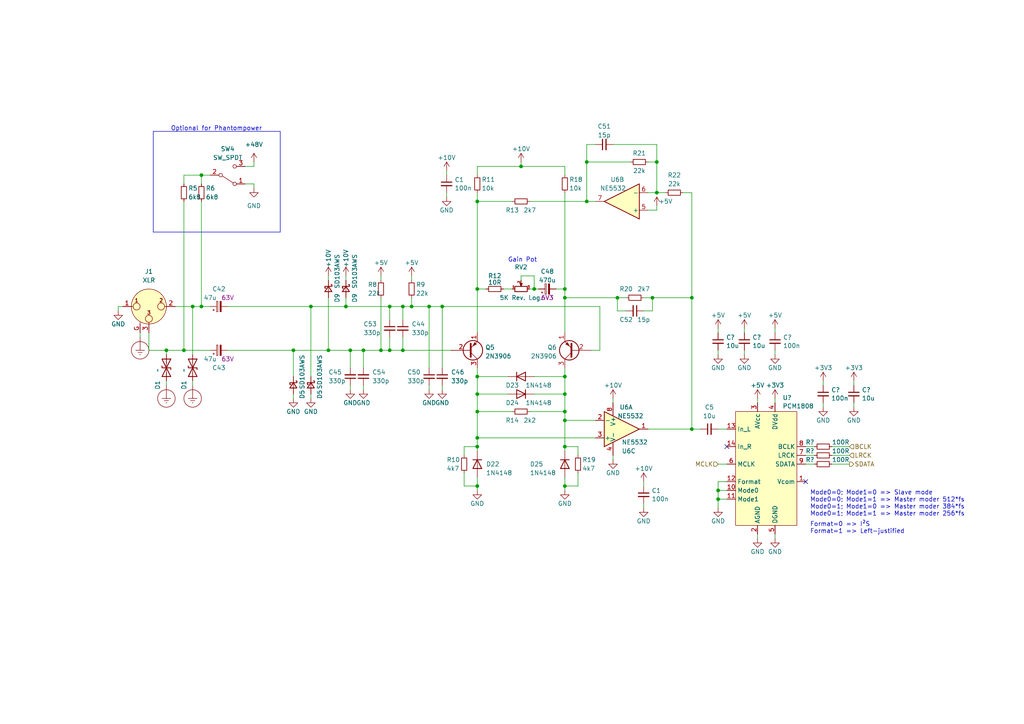
<source format=kicad_sch>
(kicad_sch (version 20230121) (generator eeschema)
  (paper "A4")
  (junction (at 101.6 101.6))
  (junction (at 53.34 101.6))
  (junction (at 163.83 121.92))
  (junction (at 48.26 101.6))
  (junction (at 208.28 142.24))
  (junction (at 85.09 101.6))
  (junction (at 170.18 58.42))
  (junction (at 208.28 144.78))
  (junction (at 138.43 119.38))
  (junction (at 151.13 48.26))
  (junction (at 58.42 88.9))
  (junction (at 113.03 101.6))
  (junction (at 200.66 86.36))
  (junction (at 189.23 86.36))
  (junction (at 95.25 101.6))
  (junction (at 190.5 46.99))
  (junction (at 190.5 55.88))
  (junction (at 138.43 114.3))
  (junction (at 116.84 101.6))
  (junction (at 138.43 109.22))
  (junction (at 163.83 109.22))
  (junction (at 128.27 88.9))
  (junction (at 55.88 88.9))
  (junction (at 163.83 86.36))
  (junction (at 163.83 114.3))
  (junction (at 200.66 124.46))
  (junction (at 170.18 46.99))
  (junction (at 138.43 58.42))
  (junction (at 116.84 88.9))
  (junction (at 179.07 86.36))
  (junction (at 138.43 140.97))
  (junction (at 163.83 129.54))
  (junction (at 138.43 129.54))
  (junction (at 58.42 50.8))
  (junction (at 154.94 83.82))
  (junction (at 100.33 88.9))
  (junction (at 105.41 101.6))
  (junction (at 110.49 101.6))
  (junction (at 119.38 88.9))
  (junction (at 138.43 127))
  (junction (at 90.17 88.9))
  (junction (at 163.83 119.38))
  (junction (at 138.43 83.82))
  (junction (at 124.46 88.9))
  (junction (at 113.03 88.9))
  (junction (at 163.83 140.97))
  (junction (at 163.83 83.82))
  (no_connect (at 210.82 129.54))
  (no_connect (at 233.68 139.7))
  (wire (pts (xy 55.88 88.9) (xy 55.88 102.87)))
  (wire (pts (xy 90.17 114.3) (xy 90.17 115.57)))
  (wire (pts (xy 105.41 111.76) (xy 105.41 113.03)))
  (wire (pts (xy 116.84 97.79) (xy 116.84 101.6)))
  (wire (pts (xy 167.64 132.08) (xy 167.64 129.54)))
  (wire (pts (xy 151.13 46.99) (xy 151.13 48.26)))
  (wire (pts (xy 138.43 127) (xy 138.43 129.54)))
  (wire (pts (xy 163.83 140.97) (xy 163.83 142.24)))
  (wire (pts (xy 208.28 101.6) (xy 208.28 102.87)))
  (wire (pts (xy 138.43 119.38) (xy 138.43 127)))
  (wire (pts (xy 100.33 80.01) (xy 100.33 81.28)))
  (wire (pts (xy 200.66 86.36) (xy 200.66 124.46)))
  (wire (pts (xy 179.07 86.36) (xy 181.61 86.36)))
  (wire (pts (xy 187.96 55.88) (xy 190.5 55.88)))
  (wire (pts (xy 85.09 101.6) (xy 85.09 109.22)))
  (wire (pts (xy 113.03 101.6) (xy 116.84 101.6)))
  (polyline (pts (xy 81.28 67.31) (xy 44.45 67.31)))
  (wire (pts (xy 210.82 144.78) (xy 208.28 144.78)))
  (wire (pts (xy 208.28 144.78) (xy 208.28 147.32)))
  (wire (pts (xy 241.3 132.08) (xy 246.38 132.08)))
  (wire (pts (xy 138.43 48.26) (xy 151.13 48.26)))
  (wire (pts (xy 48.26 101.6) (xy 53.34 101.6)))
  (wire (pts (xy 66.04 101.6) (xy 85.09 101.6)))
  (wire (pts (xy 154.94 80.01) (xy 154.94 83.82)))
  (wire (pts (xy 215.9 101.6) (xy 215.9 102.87)))
  (wire (pts (xy 167.64 137.16) (xy 167.64 140.97)))
  (wire (pts (xy 124.46 88.9) (xy 128.27 88.9)))
  (wire (pts (xy 170.18 58.42) (xy 172.72 58.42)))
  (wire (pts (xy 154.94 109.22) (xy 163.83 109.22)))
  (wire (pts (xy 134.62 132.08) (xy 134.62 129.54)))
  (wire (pts (xy 210.82 139.7) (xy 208.28 139.7)))
  (wire (pts (xy 224.79 115.57) (xy 224.79 116.84)))
  (wire (pts (xy 148.59 58.42) (xy 138.43 58.42)))
  (wire (pts (xy 113.03 88.9) (xy 116.84 88.9)))
  (wire (pts (xy 58.42 50.8) (xy 58.42 53.34)))
  (wire (pts (xy 43.18 96.52) (xy 43.18 101.6)))
  (wire (pts (xy 224.79 154.94) (xy 224.79 156.21)))
  (wire (pts (xy 208.28 142.24) (xy 208.28 144.78)))
  (wire (pts (xy 163.83 129.54) (xy 163.83 130.81)))
  (polyline (pts (xy 44.45 38.1) (xy 81.28 38.1)))
  (wire (pts (xy 113.03 97.79) (xy 113.03 101.6)))
  (wire (pts (xy 73.66 48.26) (xy 71.12 48.26)))
  (wire (pts (xy 163.83 50.8) (xy 163.83 48.26)))
  (wire (pts (xy 85.09 101.6) (xy 95.25 101.6)))
  (wire (pts (xy 190.5 46.99) (xy 187.96 46.99)))
  (wire (pts (xy 163.83 114.3) (xy 163.83 119.38)))
  (wire (pts (xy 113.03 88.9) (xy 113.03 92.71)))
  (wire (pts (xy 238.76 110.49) (xy 238.76 111.76)))
  (wire (pts (xy 171.45 101.6) (xy 173.99 101.6)))
  (wire (pts (xy 119.38 86.36) (xy 119.38 88.9)))
  (wire (pts (xy 215.9 95.25) (xy 215.9 96.52)))
  (wire (pts (xy 186.69 139.7) (xy 186.69 140.97)))
  (wire (pts (xy 190.5 60.96) (xy 190.5 59.69)))
  (wire (pts (xy 116.84 88.9) (xy 116.84 92.71)))
  (wire (pts (xy 73.66 46.99) (xy 73.66 48.26)))
  (wire (pts (xy 163.83 86.36) (xy 163.83 96.52)))
  (wire (pts (xy 129.54 57.15) (xy 129.54 55.88)))
  (wire (pts (xy 34.29 88.9) (xy 35.56 88.9)))
  (wire (pts (xy 163.83 138.43) (xy 163.83 140.97)))
  (wire (pts (xy 50.8 88.9) (xy 55.88 88.9)))
  (wire (pts (xy 134.62 137.16) (xy 134.62 140.97)))
  (wire (pts (xy 161.29 83.82) (xy 163.83 83.82)))
  (wire (pts (xy 101.6 101.6) (xy 105.41 101.6)))
  (wire (pts (xy 241.3 134.62) (xy 246.38 134.62)))
  (wire (pts (xy 208.28 95.25) (xy 208.28 96.52)))
  (wire (pts (xy 134.62 129.54) (xy 138.43 129.54)))
  (wire (pts (xy 177.8 132.08) (xy 177.8 133.35)))
  (wire (pts (xy 153.67 119.38) (xy 163.83 119.38)))
  (wire (pts (xy 186.69 86.36) (xy 189.23 86.36)))
  (wire (pts (xy 138.43 119.38) (xy 148.59 119.38)))
  (wire (pts (xy 138.43 114.3) (xy 147.32 114.3)))
  (wire (pts (xy 247.65 110.49) (xy 247.65 111.76)))
  (wire (pts (xy 128.27 88.9) (xy 173.99 88.9)))
  (wire (pts (xy 100.33 86.36) (xy 100.33 88.9)))
  (wire (pts (xy 85.09 114.3) (xy 85.09 115.57)))
  (wire (pts (xy 95.25 80.01) (xy 95.25 81.28)))
  (wire (pts (xy 153.67 83.82) (xy 154.94 83.82)))
  (wire (pts (xy 173.99 88.9) (xy 173.99 101.6)))
  (wire (pts (xy 247.65 116.84) (xy 247.65 118.11)))
  (polyline (pts (xy 81.28 38.1) (xy 81.28 67.31)))
  (wire (pts (xy 138.43 138.43) (xy 138.43 140.97)))
  (wire (pts (xy 128.27 88.9) (xy 128.27 106.68)))
  (wire (pts (xy 73.66 54.61) (xy 73.66 53.34)))
  (wire (pts (xy 55.88 88.9) (xy 58.42 88.9)))
  (wire (pts (xy 90.17 88.9) (xy 90.17 109.22)))
  (wire (pts (xy 181.61 90.17) (xy 179.07 90.17)))
  (wire (pts (xy 66.04 88.9) (xy 90.17 88.9)))
  (wire (pts (xy 138.43 140.97) (xy 138.43 142.24)))
  (wire (pts (xy 138.43 48.26) (xy 138.43 50.8)))
  (wire (pts (xy 163.83 121.92) (xy 172.72 121.92)))
  (wire (pts (xy 138.43 129.54) (xy 138.43 130.81)))
  (wire (pts (xy 170.18 46.99) (xy 170.18 58.42)))
  (wire (pts (xy 233.68 129.54) (xy 236.22 129.54)))
  (wire (pts (xy 124.46 111.76) (xy 124.46 113.03)))
  (wire (pts (xy 154.94 114.3) (xy 163.83 114.3)))
  (wire (pts (xy 138.43 55.88) (xy 138.43 58.42)))
  (wire (pts (xy 163.83 83.82) (xy 163.83 86.36)))
  (wire (pts (xy 177.8 41.91) (xy 190.5 41.91)))
  (wire (pts (xy 163.83 119.38) (xy 163.83 121.92)))
  (wire (pts (xy 163.83 86.36) (xy 179.07 86.36)))
  (wire (pts (xy 55.88 111.76) (xy 55.88 110.49)))
  (wire (pts (xy 53.34 53.34) (xy 53.34 50.8)))
  (wire (pts (xy 233.68 132.08) (xy 236.22 132.08)))
  (wire (pts (xy 105.41 101.6) (xy 110.49 101.6)))
  (wire (pts (xy 138.43 58.42) (xy 138.43 83.82)))
  (wire (pts (xy 198.12 55.88) (xy 200.66 55.88)))
  (wire (pts (xy 100.33 88.9) (xy 113.03 88.9)))
  (wire (pts (xy 200.66 124.46) (xy 187.96 124.46)))
  (wire (pts (xy 224.79 95.25) (xy 224.79 96.52)))
  (wire (pts (xy 163.83 106.68) (xy 163.83 109.22)))
  (wire (pts (xy 110.49 80.01) (xy 110.49 81.28)))
  (wire (pts (xy 43.18 101.6) (xy 48.26 101.6)))
  (wire (pts (xy 138.43 106.68) (xy 138.43 109.22)))
  (wire (pts (xy 200.66 55.88) (xy 200.66 86.36)))
  (wire (pts (xy 138.43 114.3) (xy 138.43 119.38)))
  (wire (pts (xy 105.41 106.68) (xy 105.41 101.6)))
  (wire (pts (xy 119.38 88.9) (xy 124.46 88.9)))
  (wire (pts (xy 189.23 90.17) (xy 189.23 86.36)))
  (wire (pts (xy 179.07 90.17) (xy 179.07 86.36)))
  (wire (pts (xy 58.42 88.9) (xy 60.96 88.9)))
  (wire (pts (xy 128.27 111.76) (xy 128.27 113.03)))
  (wire (pts (xy 48.26 102.87) (xy 48.26 101.6)))
  (wire (pts (xy 73.66 53.34) (xy 71.12 53.34)))
  (wire (pts (xy 151.13 80.01) (xy 154.94 80.01)))
  (wire (pts (xy 189.23 86.36) (xy 200.66 86.36)))
  (wire (pts (xy 172.72 41.91) (xy 170.18 41.91)))
  (wire (pts (xy 154.94 83.82) (xy 156.21 83.82)))
  (wire (pts (xy 138.43 109.22) (xy 138.43 114.3)))
  (wire (pts (xy 163.83 140.97) (xy 167.64 140.97)))
  (wire (pts (xy 186.69 90.17) (xy 189.23 90.17)))
  (wire (pts (xy 124.46 88.9) (xy 124.46 106.68)))
  (wire (pts (xy 187.96 60.96) (xy 190.5 60.96)))
  (wire (pts (xy 200.66 124.46) (xy 203.2 124.46)))
  (wire (pts (xy 208.28 139.7) (xy 208.28 142.24)))
  (wire (pts (xy 95.25 86.36) (xy 95.25 101.6)))
  (wire (pts (xy 53.34 58.42) (xy 53.34 101.6)))
  (wire (pts (xy 219.71 154.94) (xy 219.71 156.21)))
  (wire (pts (xy 151.13 80.01) (xy 151.13 81.28)))
  (wire (pts (xy 186.69 147.32) (xy 186.69 146.05)))
  (wire (pts (xy 167.64 129.54) (xy 163.83 129.54)))
  (wire (pts (xy 163.83 55.88) (xy 163.83 83.82)))
  (wire (pts (xy 210.82 142.24) (xy 208.28 142.24)))
  (wire (pts (xy 190.5 55.88) (xy 190.5 46.99)))
  (wire (pts (xy 101.6 106.68) (xy 101.6 101.6)))
  (wire (pts (xy 219.71 115.57) (xy 219.71 116.84)))
  (wire (pts (xy 58.42 58.42) (xy 58.42 88.9)))
  (wire (pts (xy 151.13 48.26) (xy 163.83 48.26)))
  (wire (pts (xy 190.5 41.91) (xy 190.5 46.99)))
  (wire (pts (xy 208.28 134.62) (xy 210.82 134.62)))
  (wire (pts (xy 34.29 88.9) (xy 34.29 90.17)))
  (wire (pts (xy 116.84 88.9) (xy 119.38 88.9)))
  (wire (pts (xy 163.83 121.92) (xy 163.83 129.54)))
  (wire (pts (xy 170.18 41.91) (xy 170.18 46.99)))
  (wire (pts (xy 110.49 101.6) (xy 113.03 101.6)))
  (wire (pts (xy 208.28 124.46) (xy 210.82 124.46)))
  (wire (pts (xy 182.88 46.99) (xy 170.18 46.99)))
  (wire (pts (xy 138.43 83.82) (xy 138.43 96.52)))
  (wire (pts (xy 146.05 83.82) (xy 148.59 83.82)))
  (wire (pts (xy 138.43 109.22) (xy 147.32 109.22)))
  (wire (pts (xy 163.83 109.22) (xy 163.83 114.3)))
  (wire (pts (xy 48.26 111.76) (xy 48.26 110.49)))
  (wire (pts (xy 90.17 88.9) (xy 100.33 88.9)))
  (wire (pts (xy 110.49 86.36) (xy 110.49 101.6)))
  (wire (pts (xy 101.6 111.76) (xy 101.6 113.03)))
  (wire (pts (xy 116.84 101.6) (xy 130.81 101.6)))
  (wire (pts (xy 238.76 116.84) (xy 238.76 118.11)))
  (wire (pts (xy 60.96 50.8) (xy 58.42 50.8)))
  (wire (pts (xy 40.64 96.52) (xy 40.64 97.79)))
  (wire (pts (xy 138.43 140.97) (xy 134.62 140.97)))
  (wire (pts (xy 233.68 134.62) (xy 236.22 134.62)))
  (wire (pts (xy 53.34 50.8) (xy 58.42 50.8)))
  (wire (pts (xy 177.8 115.57) (xy 177.8 116.84)))
  (wire (pts (xy 241.3 129.54) (xy 246.38 129.54)))
  (wire (pts (xy 224.79 101.6) (xy 224.79 102.87)))
  (wire (pts (xy 53.34 101.6) (xy 60.96 101.6)))
  (polyline (pts (xy 44.45 67.31) (xy 44.45 38.1)))
  (wire (pts (xy 140.97 83.82) (xy 138.43 83.82)))
  (wire (pts (xy 119.38 80.01) (xy 119.38 81.28)))
  (wire (pts (xy 138.43 127) (xy 172.72 127)))
  (wire (pts (xy 153.67 58.42) (xy 170.18 58.42)))
  (wire (pts (xy 190.5 55.88) (xy 193.04 55.88)))
  (wire (pts (xy 95.25 101.6) (xy 101.6 101.6)))
  (wire (pts (xy 129.54 49.53) (xy 129.54 50.8)))
  (text "Gain Pot" (at 147.32 76.2 0) (effects (font (size 1.27 1.27)) (justify left bottom)))
  (text "Format=0 => I²S\nFormat=1 => Left-justified" (at 234.95 154.94 0) (effects (font (size 1.27 1.27)) (justify left bottom)))
  (text "Optional for Phantompower" (at 49.53 38.1 0) (effects (font (size 1.27 1.27)) (justify left bottom)))
  (text "Mode0=0; Mode1=0 => Slave mode\nMode0=0; Mode1=1 => Master moder 512*fs\nMode0=1; Mode1=0 => Master moder 384*fs\nMode0=1; Mode1=1 => Master moder 256*fs" (at 234.95 149.86 0) (effects (font (size 1.27 1.27)) (justify left bottom)))
  (hierarchical_label "MCLK" (shape input) (at 208.28 134.62 180))
  (hierarchical_label "LRCK" (shape input) (at 246.38 132.08 0))
  (hierarchical_label "BCLK" (shape input) (at 246.38 129.54 0))
  (hierarchical_label "SDATA" (shape output) (at 246.38 134.62 0))
  (symbol (lib_id "Device:R_Small") (at 53.34 55.88 0) (unit 1)
    (property "Reference" "R5" (at 54.61 54.61 0) (effects (justify left)))
    (property "Value" "6k8" (at 54.61 57.15 0) (effects (justify left)))
    (property "Footprint" "Resistor_SMD:R_0805_2012Metric" (effects hide))
    (property "Rated Power" "500mW" (effects hide))
    (property "Manufacturer" "panasonic" (effects hide))
    (property "Part Number" "ERJ-P06F6801V" (effects hide))
    (property "Tolerance" "1%" (effects hide))
    (property "LCSC Part #" "-" (effects hide))
    (instances (project "SmallDSPMicro" (path "" (reference "R5") (unit 1))) (project "ProLab_MicPreamp_Board" (path "" (reference "R23") (unit 1))))
  )
  (symbol (lib_id "Diode:1N4148") (at 138.43 134.62 270) (unit 1)
    (property "Reference" "D22" (at 140.97 134.62 90) (effects (justify left)))
    (property "Value" "1N4148" (at 140.97 137.16 90) (effects (justify left)))
    (property "Footprint" "Diode_SMD:D_SOD-323" (effects hide))
    (property "Datasheet" "https://assets.nexperia.com/documents/data-sheet/1N4148_1N4448.pdf" (effects hide))
    (property "Assembling" "X" (effects hide))
    (property "LCSC Part #" "C2128" (effects hide))
    (property "Manufacturer" "Jiangsu Changjing Electronics Technology Co., Ltd." (effects hide))
    (property "Part Number" "1N4148WS" (effects hide))
    (instances (project "SmallDSPMicro" (path "" (reference "D22") (unit 1))) (project "ProLab_MicPreamp_Board" (path "" (reference "D1") (unit 1))))
  )
  (symbol (lib_id "power:GND") (at 177.8 133.35 0) (unit 1)
    (property "Reference" "#PWR08" (effects hide))
    (property "Value" "GND" (at 177.8 137.16 0))
    (instances (project "AudioInputPCB_Unbalanced" (path "" (reference "#PWR08") (unit 1))) (project "SmallDSPMicro" (path "" (reference "#PWR?") (unit 1)) (path "" (reference "#PWR0145") (unit 1))) (project "Analog_Input" (path "" (reference "#PWR?") (unit 1))))
  )
  (symbol (lib_id "power:GND") (at 34.29 90.17 0) (unit 1)
    (property "Reference" "#PWR0126" (effects hide))
    (property "Value" "GND" (at 34.29 93.98 0))
    (instances (project "SmallDSPMicro" (path "" (reference "#PWR0126") (unit 1))) (project "ProLab_MicPreamp_Board" (path "" (reference "#PWR01") (unit 1))))
  )
  (symbol (lib_id "Device:D_Schottky_Small") (at 100.33 83.82 270) (unit 1)
    (property "Reference" "D9" (at 102.87 85.09 0) (effects (justify left)))
    (property "Value" "SD103AWS" (at 102.87 73.66 0) (effects (justify left)))
    (property "Footprint" "Diode_SMD:D_SOD-323" (effects hide))
    (property "Assembling" "X" (effects hide))
    (property "Manufacturer" "hongjiacheng" (effects hide))
    (property "Part Number" "SD103AWS" (effects hide))
    (property "LCSC Part #" "C7420360" (effects hide))
    (instances (project "AudioInputPCB_Unbalanced" (path "" (reference "D9") (unit 1))) (project "SmallDSPMicro" (path "" (reference "D32") (unit 1))) (project "Analog_Input" (path "" (reference "D?") (unit 1))))
  )
  (symbol (lib_id "Device:C_Small") (at 128.27 109.22 0) (unit 1)
    (property "Reference" "C46" (at 130.81 107.95 0) (effects (justify left)))
    (property "Value" "330p" (at 130.81 110.49 0) (effects (justify left)))
    (property "Footprint" "Resistor_SMD:R_0402_1005Metric" (effects hide))
    (property "Dielectric" "C0G" (effects hide))
    (property "Assembling" "X" (effects hide))
    (property "LCSC Part #" "C13533" (effects hide))
    (property "Manufacturer" "Samsung Electro-Mechanics" (effects hide))
    (property "Part Number" "CL05C331JB5NNNC" (effects hide))
    (property "Rated Voltage" "50V" (effects hide))
    (property "Tolerance" "5%" (effects hide))
    (instances (project "SmallDSPMicro" (path "" (reference "C46") (unit 1))) (project "ProLab_MicPreamp_Board" (path "" (reference "C5") (unit 1))))
  )
  (symbol (lib_id "power:GND") (at 224.79 156.21 0) (unit 1)
    (property "Reference" "#PWR?" (effects hide))
    (property "Value" "GND" (at 224.79 160.02 0))
    (instances (project "SmallDSPMicro" (path "" (reference "#PWR?") (unit 1)) (path "" (reference "#PWR0197") (unit 1))) (project "Analog_Input" (path "" (reference "#PWR?") (unit 1))))
  )
  (symbol (lib_id "Device:R_Small") (at 167.64 134.62 0) (unit 1)
    (property "Reference" "R19" (at 168.91 133.35 0) (effects (justify left)))
    (property "Value" "4k7" (at 168.91 135.89 0) (effects (justify left)))
    (property "Footprint" "Resistor_SMD:R_0402_1005Metric" (effects hide))
    (property "Assembling" "X" (effects hide))
    (property "LCSC Part #" "C25900" (effects hide))
    (property "Manufacturer" "UNI-ROYAL(Uniroyal Elec)" (effects hide))
    (property "Part Number" "0402WGF4701TCE" (effects hide))
    (instances (project "SmallDSPMicro" (path "" (reference "R19") (unit 1))) (project "ProLab_MicPreamp_Board" (path "" (reference "R10") (unit 1))))
  )
  (symbol (lib_id "Device:R_Small") (at 151.13 58.42 270) (unit 1)
    (property "Reference" "R13" (at 148.59 60.96 90))
    (property "Value" "2k7" (at 153.67 60.96 90))
    (property "Footprint" "Resistor_SMD:R_0603_1608Metric" (effects hide))
    (property "Assembling" "X" (effects hide))
    (property "LCSC Part #" "C13167" (effects hide))
    (property "Manufacturer" "UNI-ROYAL(Uniroyal Elec)" (effects hide))
    (property "Part Number" "0603WAF2701T5E" (effects hide))
    (instances (project "SmallDSPMicro" (path "" (reference "R13") (unit 1))) (project "ProLab_MicPreamp_Board" (path "" (reference "R7") (unit 1))))
  )
  (symbol (lib_id "power:GND") (at 208.28 147.32 0) (unit 1)
    (property "Reference" "#PWR?" (effects hide))
    (property "Value" "GND" (at 208.28 151.13 0))
    (instances (project "SmallDSPMicro" (path "" (reference "#PWR?") (unit 1)) (path "" (reference "#PWR0191") (unit 1))) (project "Analog_Input" (path "" (reference "#PWR?") (unit 1))))
  )
  (symbol (lib_id "power:GND") (at 101.6 113.03 0) (unit 1)
    (property "Reference" "#PWR0133" (effects hide))
    (property "Value" "GND" (at 101.6 116.84 0))
    (instances (project "SmallDSPMicro" (path "" (reference "#PWR0133") (unit 1))) (project "ProLab_MicPreamp_Board" (path "" (reference "#PWR05") (unit 1))))
  )
  (symbol (lib_id "power:+5V") (at 208.28 95.25 0) (unit 1)
    (property "Reference" "#PWR?" (effects hide))
    (property "Value" "+5V" (at 208.28 91.44 0))
    (instances (project "SmallDSPMicro" (path "" (reference "#PWR?") (unit 1)) (path "" (reference "#PWR0187") (unit 1))) (project "Analog_Input" (path "" (reference "#PWR?") (unit 1))))
  )
  (symbol (lib_id "power:+48V") (at 73.66 46.99 0) (unit 1)
    (property "Reference" "#PWR0131" (effects hide))
    (property "Value" "+48V" (at 73.66 41.91 0))
    (instances (project "SmallDSPMicro" (path "" (reference "#PWR0131") (unit 1))) (project "ProLab_MicPreamp_Board" (path "" (reference "#PWR034") (unit 1))))
  )
  (symbol (lib_id "Device:C_Small") (at 101.6 109.22 180) (unit 1)
    (property "Reference" "C45" (at 95.25 107.95 0) (effects (justify right)))
    (property "Value" "330p" (at 95.25 110.49 0) (effects (justify right)))
    (property "Footprint" "Resistor_SMD:R_0402_1005Metric" (effects hide))
    (property "Dielectric" "C0G" (effects hide))
    (property "Assembling" "X" (effects hide))
    (property "LCSC Part #" "C13533" (effects hide))
    (property "Manufacturer" "Samsung Electro-Mechanics" (effects hide))
    (property "Part Number" "CL05C331JB5NNNC" (effects hide))
    (property "Rated Voltage" "50V" (effects hide))
    (property "Tolerance" "5%" (effects hide))
    (instances (project "SmallDSPMicro" (path "" (reference "C45") (unit 1))) (project "ProLab_MicPreamp_Board" (path "" (reference "C4") (unit 1))))
  )
  (symbol (lib_id "power:+5V") (at 119.38 80.01 0) (unit 1)
    (property "Reference" "#PWR?" (effects hide))
    (property "Value" "+5V" (at 119.38 76.2 0))
    (instances (project "SmallDSPMicro" (path "" (reference "#PWR?") (unit 1)) (path "" (reference "#PWR0134") (unit 1))) (project "Analog_Input" (path "" (reference "#PWR?") (unit 1))))
  )
  (symbol (lib_id "Device:C_Small") (at 175.26 41.91 90) (unit 1)
    (property "Reference" "C51" (at 175.2663 36.6481 90))
    (property "Value" "15p" (at 175.2663 39.185 90))
    (property "Footprint" "Resistor_SMD:R_0402_1005Metric" (effects hide))
    (property "Assembling" "X" (effects hide))
    (property "LCSC Part #" "C1548" (effects hide))
    (property "Manufacturer" "FH (Guangdong Fenghua Advanced Tech)" (effects hide))
    (property "Dielectric" "C0G" (effects hide))
    (property "Part Number" "0402CG150J500NT" (effects hide))
    (property "Rated Voltage" "50V" (effects hide))
    (property "Tolerance" "5%" (effects hide))
    (instances (project "SmallDSPMicro" (path "" (reference "C51") (unit 1))) (project "ProLab_MicPreamp_Board" (path "" (reference "C10") (unit 1))))
  )
  (symbol (lib_id "Device:C_Polarized_Small") (at 63.5 88.9 90) (unit 1)
    (property "Reference" "C42" (at 63.5 83.82 90))
    (property "Value" "47u" (at 60.96 86.36 90))
    (property "Footprint" "Capacitor_THT:CP_Radial_D6.3mm_P2.50mm" (effects hide))
    (property "Rated Voltage" "63V" (at 66.04 86.36 90))
    (property "Manufacturer" "Panasonic" (effects hide))
    (property "Part Number" "EEU-FR1J470B" (effects hide))
    (instances (project "SmallDSPMicro" (path "" (reference "C42") (unit 1))) (project "ProLab_MicPreamp_Board" (path "" (reference "C1") (unit 1))))
  )
  (symbol (lib_id "Device:R_Small") (at 185.42 46.99 270) (unit 1)
    (property "Reference" "R21" (at 185.42 44.45 90))
    (property "Value" "22k" (at 185.42 49.53 90))
    (property "Footprint" "Resistor_SMD:R_0402_1005Metric" (effects hide))
    (property "Assembling" "X" (effects hide))
    (property "LCSC Part #" "C25768" (effects hide))
    (property "Manufacturer" "UNI-ROYAL(Uniroyal Elec)" (effects hide))
    (property "Part Number" "0402WGF2202TCE" (effects hide))
    (property "Rated Power" "62.5mW" (effects hide))
    (property "Tolerance" "1%" (effects hide))
    (instances (project "SmallDSPMicro" (path "" (reference "R21") (unit 1))) (project "ProLab_MicPreamp_Board" (path "" (reference "R12") (unit 1))))
  )
  (symbol (lib_id "power:+10V") (at 151.13 46.99 0) (unit 1)
    (property "Reference" "#PWR?" (effects hide))
    (property "Value" "+10V" (at 151.13 43.18 0))
    (instances (project "SmallDSPMicro" (path "" (reference "#PWR?") (unit 1)) (path "" (reference "#PWR?") (unit 1)) (path "" (reference "#PWR0146") (unit 1))) (project "Analog_Output" (path "" (reference "#PWR?") (unit 1))))
  )
  (symbol (lib_id "power:GND") (at 85.09 115.57 0) (unit 1)
    (property "Reference" "#PWR0142" (effects hide))
    (property "Value" "GND" (at 85.09 119.38 0))
    (instances (project "SmallDSPMicro" (path "" (reference "#PWR0142") (unit 1))) (project "ProLab_MicPreamp_Board" (path "" (reference "#PWR05") (unit 1))))
  )
  (symbol (lib_id "power:GND") (at 163.83 142.24 0) (unit 1)
    (property "Reference" "#PWR0140" (effects hide))
    (property "Value" "GND" (at 163.83 146.05 0))
    (instances (project "SmallDSPMicro" (path "" (reference "#PWR0140") (unit 1))) (project "ProLab_MicPreamp_Board" (path "" (reference "#PWR05") (unit 1))))
  )
  (symbol (lib_id "power:+3V3") (at 238.76 110.49 0) (unit 1)
    (property "Reference" "#PWR?" (effects hide))
    (property "Value" "+3V3" (at 238.76 106.68 0))
    (instances (project "SmallDSPMicro" (path "" (reference "#PWR?") (unit 1)) (path "" (reference "#PWR0198") (unit 1))) (project "Analog_Input" (path "" (reference "#PWR?") (unit 1))))
  )
  (symbol (lib_id "power:+5V") (at 190.5 59.69 0) (unit 1)
    (property "Reference" "#PWR?" (effects hide))
    (property "Value" "+5V" (at 193.04 58.42 0))
    (instances (project "SmallDSPMicro" (path "" (reference "#PWR?") (unit 1)) (path "" (reference "#PWR0148") (unit 1))) (project "Analog_Input" (path "" (reference "#PWR?") (unit 1))))
  )
  (symbol (lib_id "power:+10V") (at 129.54 49.53 0) (unit 1)
    (property "Reference" "#PWR?" (effects hide))
    (property "Value" "+10V" (at 129.54 45.72 0))
    (instances (project "SmallDSPMicro" (path "" (reference "#PWR?") (unit 1)) (path "" (reference "#PWR?") (unit 1)) (path "" (reference "#PWR0137") (unit 1))) (project "Analog_Output" (path "" (reference "#PWR?") (unit 1))))
  )
  (symbol (lib_id "Device:C_Small") (at 224.79 99.06 0) (unit 1)
    (property "Reference" "C?" (at 227.1141 97.8542 0) (effects (justify left)))
    (property "Value" "100n" (at 227.1141 100.2784 0) (effects (justify left)))
    (property "Footprint" "Capacitor_SMD:C_0402_1005Metric" (effects hide))
    (property "Dielectric" "X7R" (effects hide))
    (property "Notes" "-25%@10VDC" (effects hide))
    (property "Rated Voltage" "50V" (effects hide))
    (property "Assembling" "X" (effects hide))
    (property "Manufacturer" "Samsung Electro-Mechanics" (effects hide))
    (property "Part Number" "CL05B104KB54PNC" (effects hide))
    (property "Tolerance" "10%" (effects hide))
    (property "LCSC Part #" "C307331" (effects hide))
    (instances (project "SmallDSPMicro" (path "" (reference "C?") (unit 1)) (path "" (reference "C84") (unit 1))) (project "Analog_Input" (path "" (reference "C?") (unit 1))))
  )
  (symbol (lib_id "power:+10V") (at 177.8 115.57 0) (unit 1)
    (property "Reference" "#PWR?" (effects hide))
    (property "Value" "+10V" (at 177.8 111.76 0))
    (instances (project "SmallDSPMicro" (path "" (reference "#PWR?") (unit 1)) (path "" (reference "#PWR?") (unit 1)) (path "" (reference "#PWR0144") (unit 1))) (project "Analog_Output" (path "" (reference "#PWR?") (unit 1))))
  )
  (symbol (lib_id "Transistor_BJT:2N3906") (at 166.37 101.6 180) (unit 1)
    (property "Reference" "Q6" (at 161.5187 100.7653 0) (effects (justify left)))
    (property "Value" "2N3906" (at 161.5187 103.3022 0) (effects (justify left)))
    (property "Footprint" "Package_TO_SOT_SMD:SOT-23" (effects hide))
    (property "Datasheet" "https://www.onsemi.com/pub/Collateral/2N3906-D.PDF" (effects hide))
    (property "Assembling" "X" (effects hide))
    (property "LCSC Part #" "C7420354" (effects hide))
    (property "Manufacturer" "hongjiacheng" (effects hide))
    (property "Part Number" "MMBT3906" (effects hide))
    (instances (project "SmallDSPMicro" (path "" (reference "Q6") (unit 1))) (project "ProLab_MicPreamp_Board" (path "" (reference "Q2") (unit 1))))
  )
  (symbol (lib_id "Device:C_Small") (at 124.46 109.22 0) (unit 1)
    (property "Reference" "C50" (at 118.11 107.95 0) (effects (justify left)))
    (property "Value" "330p" (at 118.11 110.49 0) (effects (justify left)))
    (property "Footprint" "Resistor_SMD:R_0402_1005Metric" (effects hide))
    (property "Dielectric" "C0G" (effects hide))
    (property "Assembling" "X" (effects hide))
    (property "LCSC Part #" "C13533" (effects hide))
    (property "Manufacturer" "Samsung Electro-Mechanics" (effects hide))
    (property "Part Number" "CL05C331JB5NNNC" (effects hide))
    (property "Rated Voltage" "50V" (effects hide))
    (property "Tolerance" "5%" (effects hide))
    (instances (project "SmallDSPMicro" (path "" (reference "C50") (unit 1))) (project "ProLab_MicPreamp_Board" (path "" (reference "C5") (unit 1))))
  )
  (symbol (lib_id "Amplifier_Operational:TL072") (at 180.34 124.46 0) (mirror x) (unit 1)
    (property "Reference" "U6" (at 181.61 118.11 0))
    (property "Value" "NE5532" (at 182.88 120.65 0))
    (property "Footprint" "Package_SO:SOIC-8_3.9x4.9mm_P1.27mm" (effects hide))
    (property "Assembling" "X" (effects hide))
    (property "LCSC Part #" "C7426" (effects hide))
    (property "Manufacturer" "Texas Instruments" (effects hide))
    (property "Part Number" "NE5532DR" (effects hide))
    (instances (project "SmallDSPMicro" (path "" (reference "U6") (unit 1))) (project "ProLab_MicPreamp_Board" (path "" (reference "U1") (unit 1))))
  )
  (symbol (lib_id "Device:C_Small") (at 205.74 124.46 90) (unit 1)
    (property "Reference" "C5" (at 205.7463 118.11 90))
    (property "Value" "10u" (at 205.7463 120.65 90))
    (property "Footprint" "Capacitor_SMD:C_1206_3216Metric" (effects hide))
    (property "Dielectric" "X5R" (effects hide))
    (property "Rated Voltage" "50V" (effects hide))
    (property "Assembling" "X" (effects hide))
    (property "Manufacturer" "Samsung Electro-Mechanics" (effects hide))
    (property "Part Number" "CL31A106KBHNNNE" (effects hide))
    (property "Tolerance" "10%" (effects hide))
    (property "LCSC Part #" "C13585" (effects hide))
    (instances (project "AudioInputPCB_Unbalanced" (path "" (reference "C5") (unit 1))) (project "SmallDSPMicro" (path "" (reference "C?") (unit 1)) (path "" (reference "C49") (unit 1))) (project "Analog_Input" (path "" (reference "C?") (unit 1))))
  )
  (symbol (lib_id "Device:R_Small") (at 151.13 119.38 270) (unit 1)
    (property "Reference" "R14" (at 148.59 121.92 90))
    (property "Value" "2k2" (at 153.67 121.92 90))
    (property "Footprint" "Resistor_SMD:R_0402_1005Metric" (effects hide))
    (property "Assembling" "X" (effects hide))
    (property "LCSC Part #" "C25879" (effects hide))
    (property "Manufacturer" "UNI-ROYAL(Uniroyal Elec)" (effects hide))
    (property "Part Number" "0402WGF2201TCE" (effects hide))
    (instances (project "SmallDSPMicro" (path "" (reference "R14") (unit 1))) (project "ProLab_MicPreamp_Board" (path "" (reference "R8") (unit 1))))
  )
  (symbol (lib_id "Device:R_Small") (at 238.76 132.08 90) (unit 1)
    (property "Reference" "R?" (at 234.95 130.81 90))
    (property "Value" "100R" (at 243.84 130.81 90))
    (property "Footprint" "Resistor_SMD:R_0402_1005Metric" (effects hide))
    (property "Assembling" "X" (effects hide))
    (property "Manufacturer" "UNI-ROYAL(Uniroyal Elec)" (effects hide))
    (property "Part Number" "0402WGF1000TCE" (effects hide))
    (property "Rated Power" "62.5mW" (effects hide))
    (property "Tolerance" "1%" (effects hide))
    (property "LCSC Part #" "C25076" (effects hide))
    (instances (project "SmallDSPMicro" (path "" (reference "R?") (unit 1)) (path "" (reference "R75") (unit 1))) (project "Analog_Input" (path "" (reference "R?") (unit 1))))
  )
  (symbol (lib_id "Device:C_Small") (at 215.9 99.06 0) (unit 1)
    (property "Reference" "C?" (at 218.2241 97.8542 0) (effects (justify left)))
    (property "Value" "10u" (at 218.2241 100.2784 0) (effects (justify left)))
    (property "Footprint" "Capacitor_SMD:C_0603_1608Metric" (effects hide))
    (property "Dielectric" "X5R" (effects hide))
    (property "Notes" "-50%@5VDC" (effects hide))
    (property "Rated Voltage" "25V" (effects hide))
    (property "Assembling" "X" (effects hide))
    (property "Manufacturer" "Samsung Electro-Mechanics" (effects hide))
    (property "Part Number" "CL10A106MA8NRNC" (effects hide))
    (property "Tolerance" "10%" (effects hide))
    (property "LCSC Part #" "C96446" (effects hide))
    (instances (project "SmallDSPMicro" (path "" (reference "C?") (unit 1)) (path "" (reference "C83") (unit 1))) (project "Analog_Input" (path "" (reference "C?") (unit 1))))
  )
  (symbol (lib_id "Device:D_TVS") (at 48.26 106.68 270) (unit 1)
    (property "Reference" "D1" (at 45.72 113.03 0) (effects (justify right)))
    (property "Value" "~" (at 45.72 107.95 0) (effects (justify right)))
    (property "Footprint" "Diode_SMD:D_SMB" (effects hide))
    (instances (project "AudioInputPCB_Unbalanced" (path "" (reference "D1") (unit 1))) (project "SmallDSPMicro" (path "" (reference "D?") (unit 1)) (path "" (reference "D26") (unit 1))) (project "Analog_Input" (path "" (reference "D?") (unit 1))))
  )
  (symbol (lib_id "Device:R_Small") (at 143.51 83.82 90) (unit 1)
    (property "Reference" "R12" (at 143.51 80.01 90))
    (property "Value" "10R" (at 143.51 81.9205 90))
    (property "Footprint" "Resistor_SMD:R_0402_1005Metric" (effects hide))
    (property "Assembling" "X" (effects hide))
    (property "LCSC Part #" "C25077" (effects hide))
    (property "Manufacturer" "UNI-ROYAL(Uniroyal Elec)" (effects hide))
    (property "Part Number" "0402WGF100JTCE" (effects hide))
    (instances (project "SmallDSPMicro" (path "" (reference "R12") (unit 1))) (project "ProLab_MicPreamp_Board" (path "" (reference "R6") (unit 1))))
  )
  (symbol (lib_id "Switch:SW_SPDT") (at 66.04 50.8 0) (mirror x) (unit 1)
    (property "Reference" "SW4" (at 66.04 43.18 0))
    (property "Value" "SW_SPDT" (at 66.04 45.72 0))
    (property "Footprint" "1_Project_Footprints:CJS-1201TB" (effects hide))
    (instances (project "SmallDSPMicro" (path "" (reference "SW4") (unit 1))) (project "ProLab_MicPreamp_Board" (path "" (reference "SW2") (unit 1))))
  )
  (symbol (lib_id "1_Project_Symbols:PCM1808") (at 222.25 135.89 0) (unit 1)
    (property "Reference" "U?" (at 226.9841 115.3627 0) (effects (justify left)))
    (property "Value" "PCM1808" (at 226.9841 117.7869 0) (effects (justify left)))
    (property "Footprint" "Package_SO:TSSOP-14_4.4x5mm_P0.65mm" (effects hide))
    (property "Datasheet" "https://www.ti.com/lit/ds/symlink/pcm1808.pdf?HQS=dis-mous-null-mousermode-dsf-pf-null-wwe&ts=1693749871729&ref_url=https%253A%252F%252Fwww.mouser.de%252F" (effects hide))
    (property "Manufacturer" "Texas Instruments" (effects hide))
    (property "Part Number" "PCM1808PWR" (effects hide))
    (instances (project "SmallDSPMicro" (path "" (reference "U?") (unit 1)) (path "" (reference "U12") (unit 1))) (project "Analog_Input" (path "" (reference "U?") (unit 1))))
  )
  (symbol (lib_id "Device:R_Small") (at 58.42 55.88 0) (unit 1)
    (property "Reference" "R6" (at 59.69 54.61 0) (effects (justify left)))
    (property "Value" "6k8" (at 59.69 57.15 0) (effects (justify left)))
    (property "Footprint" "Resistor_SMD:R_0805_2012Metric" (effects hide))
    (property "Rated Power" "500mW" (effects hide))
    (property "Manufacturer" "panasonic" (effects hide))
    (property "Part Number" "ERJ-P06F6801V" (effects hide))
    (property "Tolerance" "1%" (effects hide))
    (property "LCSC Part #" "-" (effects hide))
    (instances (project "SmallDSPMicro" (path "" (reference "R6") (unit 1))) (project "ProLab_MicPreamp_Board" (path "" (reference "R22") (unit 1))))
  )
  (symbol (lib_id "power:GND") (at 90.17 115.57 0) (unit 1)
    (property "Reference" "#PWR0143" (effects hide))
    (property "Value" "GND" (at 90.17 119.38 0))
    (instances (project "SmallDSPMicro" (path "" (reference "#PWR0143") (unit 1))) (project "ProLab_MicPreamp_Board" (path "" (reference "#PWR05") (unit 1))))
  )
  (symbol (lib_id "Device:C_Small") (at 208.28 99.06 0) (unit 1)
    (property "Reference" "C?" (at 210.6041 97.8542 0) (effects (justify left)))
    (property "Value" "10u" (at 210.6041 100.2784 0) (effects (justify left)))
    (property "Footprint" "Capacitor_SMD:C_0603_1608Metric" (effects hide))
    (property "Dielectric" "X5R" (effects hide))
    (property "Notes" "-50%@5VDC" (effects hide))
    (property "Rated Voltage" "25V" (effects hide))
    (property "Assembling" "X" (effects hide))
    (property "Manufacturer" "Samsung Electro-Mechanics" (effects hide))
    (property "Part Number" "CL10A106MA8NRNC" (effects hide))
    (property "Tolerance" "10%" (effects hide))
    (property "LCSC Part #" "C96446" (effects hide))
    (instances (project "SmallDSPMicro" (path "" (reference "C?") (unit 1)) (path "" (reference "C80") (unit 1))) (project "Analog_Input" (path "" (reference "C?") (unit 1))))
  )
  (symbol (lib_id "Diode:1N4148") (at 151.13 109.22 0) (unit 1)
    (property "Reference" "D23" (at 148.59 111.76 0))
    (property "Value" "1N4148" (at 156.21 111.76 0))
    (property "Footprint" "Diode_SMD:D_SOD-323" (effects hide))
    (property "Datasheet" "https://assets.nexperia.com/documents/data-sheet/1N4148_1N4448.pdf" (effects hide))
    (property "Assembling" "X" (effects hide))
    (property "LCSC Part #" "C2128" (effects hide))
    (property "Manufacturer" "Jiangsu Changjing Electronics Technology Co., Ltd." (effects hide))
    (property "Part Number" "1N4148WS" (effects hide))
    (instances (project "SmallDSPMicro" (path "" (reference "D23") (unit 1))) (project "ProLab_MicPreamp_Board" (path "" (reference "D2") (unit 1))))
  )
  (symbol (lib_id "power:GND") (at 208.28 102.87 0) (unit 1)
    (property "Reference" "#PWR?" (effects hide))
    (property "Value" "GND" (at 208.28 106.68 0))
    (instances (project "SmallDSPMicro" (path "" (reference "#PWR?") (unit 1)) (path "" (reference "#PWR0188") (unit 1))) (project "Analog_Input" (path "" (reference "#PWR?") (unit 1))))
  )
  (symbol (lib_id "power:+3V3") (at 247.65 110.49 0) (unit 1)
    (property "Reference" "#PWR?" (effects hide))
    (property "Value" "+3V3" (at 247.65 106.68 0))
    (instances (project "SmallDSPMicro" (path "" (reference "#PWR?") (unit 1)) (path "" (reference "#PWR0200") (unit 1))) (project "Analog_Input" (path "" (reference "#PWR?") (unit 1))))
  )
  (symbol (lib_id "Device:R_Small") (at 163.83 53.34 0) (unit 1)
    (property "Reference" "R18" (at 165.1 52.07 0) (effects (justify left)))
    (property "Value" "10k" (at 165.1 54.61 0) (effects (justify left)))
    (property "Footprint" "Resistor_SMD:R_0402_1005Metric" (effects hide))
    (property "Assembling" "X" (effects hide))
    (property "LCSC Part #" "C25744" (effects hide))
    (property "Manufacturer" "UNI-ROYAL(Uniroyal Elec)" (effects hide))
    (property "Part Number" "0402WGF1002TCE" (effects hide))
    (instances (project "SmallDSPMicro" (path "" (reference "R18") (unit 1))) (project "ProLab_MicPreamp_Board" (path "" (reference "R9") (unit 1))))
  )
  (symbol (lib_id "Device:D_Schottky_Small") (at 85.09 111.76 270) (unit 1)
    (property "Reference" "D5" (at 87.63 113.03 0) (effects (justify left)))
    (property "Value" "SD103AWS" (at 87.63 102.87 0) (effects (justify left)))
    (property "Footprint" "Diode_SMD:D_SOD-323" (effects hide))
    (property "Assembling" "X" (effects hide))
    (property "Manufacturer" "hongjiacheng" (effects hide))
    (property "Part Number" "SD103AWS" (effects hide))
    (property "LCSC Part #" "C7420360" (effects hide))
    (instances (project "AudioInputPCB_Unbalanced" (path "" (reference "D5") (unit 1))) (project "SmallDSPMicro" (path "" (reference "D29") (unit 1))) (project "Analog_Input" (path "" (reference "D?") (unit 1))))
  )
  (symbol (lib_id "Device:C_Small") (at 184.15 90.17 270) (unit 1)
    (property "Reference" "C52" (at 181.61 92.71 90))
    (property "Value" "15p" (at 186.69 92.71 90))
    (property "Footprint" "Resistor_SMD:R_0402_1005Metric" (effects hide))
    (property "Assembling" "X" (effects hide))
    (property "LCSC Part #" "C1548" (effects hide))
    (property "Manufacturer" "FH (Guangdong Fenghua Advanced Tech)" (effects hide))
    (property "Dielectric" "C0G" (effects hide))
    (property "Part Number" "0402CG150J500NT" (effects hide))
    (property "Rated Voltage" "50V" (effects hide))
    (property "Tolerance" "5%" (effects hide))
    (instances (project "SmallDSPMicro" (path "" (reference "C52") (unit 1))) (project "ProLab_MicPreamp_Board" (path "" (reference "C11") (unit 1))))
  )
  (symbol (lib_id "Device:C_Polarized_Small") (at 158.75 83.82 90) (unit 1)
    (property "Reference" "C48" (at 158.75 78.74 90))
    (property "Value" "470u" (at 158.75 81.28 90))
    (property "Footprint" "Capacitor_THT:CP_Radial_D6.3mm_P2.50mm" (effects hide))
    (property "Rated Voltage" "6V3" (at 158.75 86.36 90))
    (property "Manufacturer" "Würth Elektronik" (effects hide))
    (property "Part Number" "860020273011" (effects hide))
    (instances (project "SmallDSPMicro" (path "" (reference "C48") (unit 1))) (project "ProLab_MicPreamp_Board" (path "" (reference "C7") (unit 1))))
  )
  (symbol (lib_name "GND_1") (lib_id "power:GND") (at 73.66 54.61 0) (unit 1)
    (property "Reference" "#PWR0132" (effects hide))
    (property "Value" "GND" (at 73.66 59.69 0))
    (instances (project "SmallDSPMicro" (path "" (reference "#PWR0132") (unit 1))) (project "ProLab_MicPreamp_Board" (path "" (reference "#PWR026") (unit 1))))
  )
  (symbol (lib_id "power:Earth_Protective") (at 55.88 111.76 0) (unit 1)
    (property "Reference" "#PWR014" (effects hide))
    (property "Value" "Earth_Protective" (effects hide))
    (instances (project "AudioInputPCB_Unbalanced" (path "" (reference "#PWR014") (unit 1))) (project "SmallDSPMicro" (path "" (reference "#PWR0128") (unit 1))))
  )
  (symbol (lib_id "power:GND") (at 247.65 118.11 0) (unit 1)
    (property "Reference" "#PWR?" (effects hide))
    (property "Value" "GND" (at 247.65 121.92 0))
    (instances (project "SmallDSPMicro" (path "" (reference "#PWR?") (unit 1)) (path "" (reference "#PWR0201") (unit 1))) (project "Analog_Input" (path "" (reference "#PWR?") (unit 1))))
  )
  (symbol (lib_id "Device:R_Small") (at 110.49 83.82 0) (unit 1)
    (property "Reference" "R8" (at 106.68 82.55 0) (effects (justify left)))
    (property "Value" "22k" (at 106.68 85.09 0) (effects (justify left)))
    (property "Footprint" "Resistor_SMD:R_0402_1005Metric" (effects hide))
    (property "Assembling" "X" (effects hide))
    (property "LCSC Part #" "C25768" (effects hide))
    (property "Manufacturer" "UNI-ROYAL(Uniroyal Elec)" (effects hide))
    (property "Part Number" "0402WGF2202TCE" (effects hide))
    (property "Rated Power" "62.5mW" (effects hide))
    (property "Tolerance" "1%" (effects hide))
    (instances (project "SmallDSPMicro" (path "" (reference "R8") (unit 1))) (project "ProLab_MicPreamp_Board" (path "" (reference "R2") (unit 1))))
  )
  (symbol (lib_id "Diode:1N4148") (at 151.13 114.3 180) (unit 1)
    (property "Reference" "D24" (at 148.59 116.84 0))
    (property "Value" "1N4148" (at 156.21 116.84 0))
    (property "Footprint" "Diode_SMD:D_SOD-323" (effects hide))
    (property "Datasheet" "https://assets.nexperia.com/documents/data-sheet/1N4148_1N4448.pdf" (effects hide))
    (property "Assembling" "X" (effects hide))
    (property "LCSC Part #" "C2128" (effects hide))
    (property "Manufacturer" "Jiangsu Changjing Electronics Technology Co., Ltd." (effects hide))
    (property "Part Number" "1N4148WS" (effects hide))
    (instances (project "SmallDSPMicro" (path "" (reference "D24") (unit 1))) (project "ProLab_MicPreamp_Board" (path "" (reference "D3") (unit 1))))
  )
  (symbol (lib_id "power:GND") (at 224.79 102.87 0) (unit 1)
    (property "Reference" "#PWR?" (effects hide))
    (property "Value" "GND" (at 224.79 106.68 0))
    (instances (project "SmallDSPMicro" (path "" (reference "#PWR?") (unit 1)) (path "" (reference "#PWR0193") (unit 1))) (project "Analog_Input" (path "" (reference "#PWR?") (unit 1))))
  )
  (symbol (lib_id "Device:R_Small") (at 238.76 129.54 90) (unit 1)
    (property "Reference" "R?" (at 234.95 128.27 90))
    (property "Value" "100R" (at 243.84 128.27 90))
    (property "Footprint" "Resistor_SMD:R_0402_1005Metric" (effects hide))
    (property "Assembling" "X" (effects hide))
    (property "Manufacturer" "UNI-ROYAL(Uniroyal Elec)" (effects hide))
    (property "Part Number" "0402WGF1000TCE" (effects hide))
    (property "Rated Power" "62.5mW" (effects hide))
    (property "Tolerance" "1%" (effects hide))
    (property "LCSC Part #" "C25076" (effects hide))
    (instances (project "SmallDSPMicro" (path "" (reference "R?") (unit 1)) (path "" (reference "R74") (unit 1))) (project "Analog_Input" (path "" (reference "R?") (unit 1))))
  )
  (symbol (lib_id "Device:C_Small") (at 105.41 109.22 180) (unit 1)
    (property "Reference" "C54" (at 107.95 107.95 0) (effects (justify right)))
    (property "Value" "330p" (at 107.95 110.49 0) (effects (justify right)))
    (property "Footprint" "Resistor_SMD:R_0402_1005Metric" (effects hide))
    (property "Dielectric" "C0G" (effects hide))
    (property "Assembling" "X" (effects hide))
    (property "LCSC Part #" "C13533" (effects hide))
    (property "Manufacturer" "Samsung Electro-Mechanics" (effects hide))
    (property "Part Number" "CL05C331JB5NNNC" (effects hide))
    (property "Rated Voltage" "50V" (effects hide))
    (property "Tolerance" "5%" (effects hide))
    (instances (project "SmallDSPMicro" (path "" (reference "C54") (unit 1))) (project "ProLab_MicPreamp_Board" (path "" (reference "C4") (unit 1))))
  )
  (symbol (lib_id "power:Earth_Protective") (at 40.64 97.79 0) (unit 1)
    (property "Reference" "#PWR014" (effects hide))
    (property "Value" "Earth_Protective" (effects hide))
    (instances (project "AudioInputPCB_Unbalanced" (path "" (reference "#PWR014") (unit 1))) (project "SmallDSPMicro" (path "" (reference "#PWR0127") (unit 1))))
  )
  (symbol (lib_id "Device:C_Small") (at 116.84 95.25 0) (unit 1)
    (property "Reference" "C44" (at 119.38 93.98 0) (effects (justify left)))
    (property "Value" "330p" (at 119.38 96.52 0) (effects (justify left)))
    (property "Footprint" "Resistor_SMD:R_0402_1005Metric" (effects hide))
    (property "Dielectric" "C0G" (effects hide))
    (property "Assembling" "X" (effects hide))
    (property "LCSC Part #" "C13533" (effects hide))
    (property "Manufacturer" "Samsung Electro-Mechanics" (effects hide))
    (property "Part Number" "CL05C331JB5NNNC" (effects hide))
    (property "Rated Voltage" "50V" (effects hide))
    (property "Tolerance" "5%" (effects hide))
    (instances (project "SmallDSPMicro" (path "" (reference "C44") (unit 1))) (project "ProLab_MicPreamp_Board" (path "" (reference "C3") (unit 1))))
  )
  (symbol (lib_id "Amplifier_Operational:TL072") (at 180.34 124.46 0) (unit 3)
    (property "Reference" "U6" (at 180.34 130.81 0) (effects (justify left)))
    (property "Value" "NE5532" (at 180.34 128.27 0) (effects (justify left)))
    (property "Footprint" "Package_SO:SOIC-8_3.9x4.9mm_P1.27mm" (effects hide))
    (property "Assembling" "X" (effects hide))
    (property "LCSC Part #" "C7426" (effects hide))
    (property "Manufacturer" "Texas Instruments" (effects hide))
    (property "Part Number" "NE5532DR" (effects hide))
    (instances (project "SmallDSPMicro" (path "" (reference "U6") (unit 3))) (project "ProLab_MicPreamp_Board" (path "" (reference "U1") (unit 3))))
  )
  (symbol (lib_id "power:GND") (at 186.69 147.32 0) (unit 1)
    (property "Reference" "#PWR08" (effects hide))
    (property "Value" "GND" (at 186.69 151.13 0))
    (instances (project "AudioInputPCB_Unbalanced" (path "" (reference "#PWR08") (unit 1))) (project "SmallDSPMicro" (path "" (reference "#PWR?") (unit 1)) (path "" (reference "#PWR0162") (unit 1))) (project "Analog_Input" (path "" (reference "#PWR?") (unit 1))))
  )
  (symbol (lib_id "Amplifier_Operational:TL072") (at 180.34 58.42 180) (unit 2)
    (property "Reference" "U6" (at 179.07 52.07 0))
    (property "Value" "NE5532" (at 177.8 54.61 0))
    (property "Footprint" "Package_SO:SOIC-8_3.9x4.9mm_P1.27mm" (effects hide))
    (property "Assembling" "X" (effects hide))
    (property "LCSC Part #" "C7426" (effects hide))
    (property "Manufacturer" "Texas Instruments" (effects hide))
    (property "Part Number" "NE5532DR" (effects hide))
    (instances (project "SmallDSPMicro" (path "" (reference "U6") (unit 2))) (project "ProLab_MicPreamp_Board" (path "" (reference "U1") (unit 2))))
  )
  (symbol (lib_id "Device:R_Small") (at 195.58 55.88 270) (unit 1)
    (property "Reference" "R22" (at 195.58 50.8 90))
    (property "Value" "22k" (at 195.58 53.34 90))
    (property "Footprint" "Resistor_SMD:R_0402_1005Metric" (effects hide))
    (property "Assembling" "X" (effects hide))
    (property "LCSC Part #" "C25768" (effects hide))
    (property "Manufacturer" "UNI-ROYAL(Uniroyal Elec)" (effects hide))
    (property "Part Number" "0402WGF2202TCE" (effects hide))
    (property "Rated Power" "62.5mW" (effects hide))
    (property "Tolerance" "1%" (effects hide))
    (instances (project "SmallDSPMicro" (path "" (reference "R22") (unit 1))) (project "ProLab_MicPreamp_Board" (path "" (reference "R13") (unit 1))))
  )
  (symbol (lib_id "power:+10V") (at 95.25 80.01 0) (unit 1)
    (property "Reference" "#PWR?" (effects hide))
    (property "Value" "+10V" (at 95.25 74.93 90))
    (instances (project "SmallDSPMicro" (path "" (reference "#PWR?") (unit 1)) (path "" (reference "#PWR?") (unit 1)) (path "" (reference "#PWR0130") (unit 1))) (project "Analog_Output" (path "" (reference "#PWR?") (unit 1))))
  )
  (symbol (lib_id "power:+5V") (at 215.9 95.25 0) (unit 1)
    (property "Reference" "#PWR?" (effects hide))
    (property "Value" "+5V" (at 215.9 91.44 0))
    (instances (project "SmallDSPMicro" (path "" (reference "#PWR?") (unit 1)) (path "" (reference "#PWR0189") (unit 1))) (project "Analog_Input" (path "" (reference "#PWR?") (unit 1))))
  )
  (symbol (lib_id "power:GND") (at 124.46 113.03 0) (unit 1)
    (property "Reference" "#PWR0141" (effects hide))
    (property "Value" "GND" (at 124.46 116.84 0))
    (instances (project "SmallDSPMicro" (path "" (reference "#PWR0141") (unit 1))) (project "ProLab_MicPreamp_Board" (path "" (reference "#PWR08") (unit 1))))
  )
  (symbol (lib_id "power:GND") (at 219.71 156.21 0) (unit 1)
    (property "Reference" "#PWR?" (effects hide))
    (property "Value" "GND" (at 219.71 160.02 0))
    (instances (project "SmallDSPMicro" (path "" (reference "#PWR?") (unit 1)) (path "" (reference "#PWR0195") (unit 1))) (project "Analog_Input" (path "" (reference "#PWR?") (unit 1))))
  )
  (symbol (lib_id "power:+5V") (at 110.49 80.01 0) (unit 1)
    (property "Reference" "#PWR?" (effects hide))
    (property "Value" "+5V" (at 110.49 76.2 0))
    (instances (project "SmallDSPMicro" (path "" (reference "#PWR?") (unit 1)) (path "" (reference "#PWR0135") (unit 1))) (project "Analog_Input" (path "" (reference "#PWR?") (unit 1))))
  )
  (symbol (lib_id "power:+3V3") (at 224.79 115.57 0) (unit 1)
    (property "Reference" "#PWR?" (effects hide))
    (property "Value" "+3V3" (at 224.79 111.76 0))
    (instances (project "SmallDSPMicro" (path "" (reference "#PWR?") (unit 1)) (path "" (reference "#PWR0196") (unit 1))) (project "Analog_Input" (path "" (reference "#PWR?") (unit 1))))
  )
  (symbol (lib_id "Device:R_Small") (at 238.76 134.62 90) (unit 1)
    (property "Reference" "R?" (at 234.95 133.35 90))
    (property "Value" "100R" (at 243.84 133.35 90))
    (property "Footprint" "Resistor_SMD:R_0402_1005Metric" (effects hide))
    (property "Assembling" "X" (effects hide))
    (property "Manufacturer" "UNI-ROYAL(Uniroyal Elec)" (effects hide))
    (property "Part Number" "0402WGF1000TCE" (effects hide))
    (property "Rated Power" "62.5mW" (effects hide))
    (property "Tolerance" "1%" (effects hide))
    (property "LCSC Part #" "C25076" (effects hide))
    (instances (project "SmallDSPMicro" (path "" (reference "R?") (unit 1)) (path "" (reference "R76") (unit 1))) (project "Analog_Input" (path "" (reference "R?") (unit 1))))
  )
  (symbol (lib_id "Device:D_TVS") (at 55.88 106.68 270) (unit 1)
    (property "Reference" "D1" (at 53.34 113.03 0) (effects (justify right)))
    (property "Value" "~" (at 53.34 107.95 0) (effects (justify right)))
    (property "Footprint" "Diode_SMD:D_SMB" (effects hide))
    (instances (project "AudioInputPCB_Unbalanced" (path "" (reference "D1") (unit 1))) (project "SmallDSPMicro" (path "" (reference "D?") (unit 1)) (path "" (reference "D3") (unit 1))) (project "Analog_Input" (path "" (reference "D?") (unit 1))))
  )
  (symbol (lib_id "Device:R_Small") (at 138.43 53.34 0) (unit 1)
    (property "Reference" "R11" (at 139.7 52.07 0) (effects (justify left)))
    (property "Value" "10k" (at 139.7 54.61 0) (effects (justify left)))
    (property "Footprint" "Resistor_SMD:R_0402_1005Metric" (effects hide))
    (property "Assembling" "X" (effects hide))
    (property "LCSC Part #" "C25744" (effects hide))
    (property "Manufacturer" "UNI-ROYAL(Uniroyal Elec)" (effects hide))
    (property "Part Number" "0402WGF1002TCE" (effects hide))
    (instances (project "SmallDSPMicro" (path "" (reference "R11") (unit 1))) (project "ProLab_MicPreamp_Board" (path "" (reference "R5") (unit 1))))
  )
  (symbol (lib_id "Device:C_Small") (at 113.03 95.25 0) (unit 1)
    (property "Reference" "C53" (at 105.41 93.98 0) (effects (justify left)))
    (property "Value" "330p" (at 105.41 96.52 0) (effects (justify left)))
    (property "Footprint" "Resistor_SMD:R_0402_1005Metric" (effects hide))
    (property "Dielectric" "C0G" (effects hide))
    (property "Assembling" "X" (effects hide))
    (property "LCSC Part #" "C13533" (effects hide))
    (property "Manufacturer" "Samsung Electro-Mechanics" (effects hide))
    (property "Part Number" "CL05C331JB5NNNC" (effects hide))
    (property "Rated Voltage" "50V" (effects hide))
    (property "Tolerance" "5%" (effects hide))
    (instances (project "SmallDSPMicro" (path "" (reference "C53") (unit 1))) (project "ProLab_MicPreamp_Board" (path "" (reference "C3") (unit 1))))
  )
  (symbol (lib_id "Device:R_Potentiometer_Small") (at 151.13 83.82 90) (unit 1)
    (property "Reference" "RV2" (at 151.13 77.47 90))
    (property "Value" "5K Rev. Log." (at 151.13 86.36 90))
    (property "Footprint" "Potentiometer_THT:Potentiometer_Piher_T-16H_Single_Horizontal" (effects hide))
    (property "Part Number" "RV16AF-20-15K-C5K-3LA" (effects hide))
    (property "Manufacturer" "Alpha (Taiwan)" (effects hide))
  )
  (symbol (lib_id "power:+5V") (at 219.71 115.57 0) (unit 1)
    (property "Reference" "#PWR?" (effects hide))
    (property "Value" "+5V" (at 219.71 111.76 0))
    (instances (project "SmallDSPMicro" (path "" (reference "#PWR?") (unit 1)) (path "" (reference "#PWR0194") (unit 1))) (project "Analog_Input" (path "" (reference "#PWR?") (unit 1))))
  )
  (symbol (lib_id "Connector:XLR3_Ground") (at 43.18 88.9 0) (unit 1)
    (property "Reference" "J1" (at 43.18 78.74 0))
    (property "Value" "XLR" (at 43.18 81.28 0))
    (property "Footprint" "Connector_Audio:Jack_XLR_Neutrik_NC3FAAH2_Horizontal" (effects hide))
    (property "Datasheet" " ~" (effects hide))
  )
  (symbol (lib_id "power:+10V") (at 100.33 80.01 0) (unit 1)
    (property "Reference" "#PWR?" (effects hide))
    (property "Value" "+10V" (at 100.33 74.93 90))
    (instances (project "SmallDSPMicro" (path "" (reference "#PWR?") (unit 1)) (path "" (reference "#PWR?") (unit 1)) (path "" (reference "#PWR0129") (unit 1))) (project "Analog_Output" (path "" (reference "#PWR?") (unit 1))))
  )
  (symbol (lib_id "Device:C_Small") (at 186.69 143.51 0) (unit 1)
    (property "Reference" "C1" (at 189.0141 142.3042 0) (effects (justify left)))
    (property "Value" "100n" (at 189.0141 144.7284 0) (effects (justify left)))
    (property "Footprint" "Capacitor_SMD:C_0402_1005Metric" (effects hide))
    (property "Dielectric" "X7R" (effects hide))
    (property "Notes" "-25%@10VDC" (effects hide))
    (property "Rated Voltage" "50V" (effects hide))
    (property "Assembling" "X" (effects hide))
    (property "Manufacturer" "Samsung Electro-Mechanics" (effects hide))
    (property "Part Number" "CL05B104KB54PNC" (effects hide))
    (property "Tolerance" "10%" (effects hide))
    (property "LCSC Part #" "C307331" (effects hide))
    (instances (project "AudioInputPCB_Unbalanced" (path "" (reference "C1") (unit 1))) (project "SmallDSPMicro" (path "" (reference "C?") (unit 1)) (path "" (reference "C58") (unit 1))) (project "Analog_Input" (path "" (reference "C?") (unit 1))))
  )
  (symbol (lib_id "power:GND") (at 238.76 118.11 0) (unit 1)
    (property "Reference" "#PWR?" (effects hide))
    (property "Value" "GND" (at 238.76 121.92 0))
    (instances (project "SmallDSPMicro" (path "" (reference "#PWR?") (unit 1)) (path "" (reference "#PWR0199") (unit 1))) (project "Analog_Input" (path "" (reference "#PWR?") (unit 1))))
  )
  (symbol (lib_id "power:GND") (at 105.41 113.03 0) (unit 1)
    (property "Reference" "#PWR0147" (effects hide))
    (property "Value" "GND" (at 105.41 116.84 0))
    (instances (project "SmallDSPMicro" (path "" (reference "#PWR0147") (unit 1))) (project "ProLab_MicPreamp_Board" (path "" (reference "#PWR05") (unit 1))))
  )
  (symbol (lib_id "Device:R_Small") (at 184.15 86.36 270) (unit 1)
    (property "Reference" "R20" (at 181.61 83.82 90))
    (property "Value" "2k7" (at 186.69 83.82 90))
    (property "Footprint" "Resistor_SMD:R_0603_1608Metric" (effects hide))
    (property "Assembling" "X" (effects hide))
    (property "LCSC Part #" "C13167" (effects hide))
    (property "Manufacturer" "UNI-ROYAL(Uniroyal Elec)" (effects hide))
    (property "Part Number" "0603WAF2701T5E" (effects hide))
    (instances (project "SmallDSPMicro" (path "" (reference "R20") (unit 1))) (project "ProLab_MicPreamp_Board" (path "" (reference "R11") (unit 1))))
  )
  (symbol (lib_id "power:GND") (at 129.54 57.15 0) (unit 1)
    (property "Reference" "#PWR0138" (effects hide))
    (property "Value" "GND" (at 129.54 60.96 0))
    (instances (project "SmallDSPMicro" (path "" (reference "#PWR0138") (unit 1))) (project "ProLab_MicPreamp_Board" (path "" (reference "#PWR010") (unit 1))))
  )
  (symbol (lib_id "Device:C_Small") (at 129.54 53.34 0) (unit 1)
    (property "Reference" "C1" (at 131.8641 52.1342 0) (effects (justify left)))
    (property "Value" "100n" (at 131.8641 54.5584 0) (effects (justify left)))
    (property "Footprint" "Capacitor_SMD:C_0402_1005Metric" (effects hide))
    (property "Dielectric" "X7R" (effects hide))
    (property "Notes" "-25%@10VDC" (effects hide))
    (property "Rated Voltage" "50V" (effects hide))
    (property "Assembling" "X" (effects hide))
    (property "Manufacturer" "Samsung Electro-Mechanics" (effects hide))
    (property "Part Number" "CL05B104KB54PNC" (effects hide))
    (property "Tolerance" "10%" (effects hide))
    (property "LCSC Part #" "C307331" (effects hide))
    (instances (project "AudioInputPCB_Unbalanced" (path "" (reference "C1") (unit 1))) (project "SmallDSPMicro" (path "" (reference "C?") (unit 1)) (path "" (reference "C47") (unit 1))) (project "Analog_Input" (path "" (reference "C?") (unit 1))))
  )
  (symbol (lib_id "power:+5V") (at 224.79 95.25 0) (unit 1)
    (property "Reference" "#PWR?" (effects hide))
    (property "Value" "+5V" (at 224.79 91.44 0))
    (instances (project "SmallDSPMicro" (path "" (reference "#PWR?") (unit 1)) (path "" (reference "#PWR0192") (unit 1))) (project "Analog_Input" (path "" (reference "#PWR?") (unit 1))))
  )
  (symbol (lib_id "Device:R_Small") (at 134.62 134.62 0) (unit 1)
    (property "Reference" "R10" (at 129.54 133.35 0) (effects (justify left)))
    (property "Value" "4k7" (at 129.54 135.89 0) (effects (justify left)))
    (property "Footprint" "Resistor_SMD:R_0402_1005Metric" (effects hide))
    (property "Assembling" "X" (effects hide))
    (property "LCSC Part #" "C25900" (effects hide))
    (property "Manufacturer" "UNI-ROYAL(Uniroyal Elec)" (effects hide))
    (property "Part Number" "0402WGF4701TCE" (effects hide))
    (instances (project "SmallDSPMicro" (path "" (reference "R10") (unit 1))) (project "ProLab_MicPreamp_Board" (path "" (reference "R4") (unit 1))))
  )
  (symbol (lib_id "Device:C_Small") (at 238.76 114.3 0) (unit 1)
    (property "Reference" "C?" (at 241.0841 113.0942 0) (effects (justify left)))
    (property "Value" "100n" (at 241.0841 115.5184 0) (effects (justify left)))
    (property "Footprint" "Capacitor_SMD:C_0402_1005Metric" (effects hide))
    (property "Dielectric" "X7R" (effects hide))
    (property "Notes" "-25%@10VDC" (effects hide))
    (property "Rated Voltage" "50V" (effects hide))
    (property "Assembling" "X" (effects hide))
    (property "Manufacturer" "Samsung Electro-Mechanics" (effects hide))
    (property "Part Number" "CL05B104KB54PNC" (effects hide))
    (property "Tolerance" "10%" (effects hide))
    (property "LCSC Part #" "C307331" (effects hide))
    (instances (project "SmallDSPMicro" (path "" (reference "C?") (unit 1)) (path "" (reference "C85") (unit 1))) (project "Analog_Input" (path "" (reference "C?") (unit 1))))
  )
  (symbol (lib_id "power:GND") (at 128.27 113.03 0) (unit 1)
    (property "Reference" "#PWR0136" (effects hide))
    (property "Value" "GND" (at 128.27 116.84 0))
    (instances (project "SmallDSPMicro" (path "" (reference "#PWR0136") (unit 1))) (project "ProLab_MicPreamp_Board" (path "" (reference "#PWR08") (unit 1))))
  )
  (symbol (lib_id "Device:R_Small") (at 119.38 83.82 0) (unit 1)
    (property "Reference" "R9" (at 120.65 82.55 0) (effects (justify left)))
    (property "Value" "22k" (at 120.65 85.09 0) (effects (justify left)))
    (property "Footprint" "Resistor_SMD:R_0402_1005Metric" (effects hide))
    (property "Assembling" "X" (effects hide))
    (property "LCSC Part #" "C25768" (effects hide))
    (property "Manufacturer" "UNI-ROYAL(Uniroyal Elec)" (effects hide))
    (property "Part Number" "0402WGF2202TCE" (effects hide))
    (property "Rated Power" "62.5mW" (effects hide))
    (property "Tolerance" "1%" (effects hide))
    (instances (project "SmallDSPMicro" (path "" (reference "R9") (unit 1))) (project "ProLab_MicPreamp_Board" (path "" (reference "R3") (unit 1))))
  )
  (symbol (lib_id "power:GND") (at 215.9 102.87 0) (unit 1)
    (property "Reference" "#PWR?" (effects hide))
    (property "Value" "GND" (at 215.9 106.68 0))
    (instances (project "SmallDSPMicro" (path "" (reference "#PWR?") (unit 1)) (path "" (reference "#PWR0190") (unit 1))) (project "Analog_Input" (path "" (reference "#PWR?") (unit 1))))
  )
  (symbol (lib_id "Transistor_BJT:2N3906") (at 135.89 101.6 0) (mirror x) (unit 1)
    (property "Reference" "Q5" (at 140.7414 100.7653 0) (effects (justify left)))
    (property "Value" "2N3906" (at 140.7414 103.3022 0) (effects (justify left)))
    (property "Footprint" "Package_TO_SOT_SMD:SOT-23" (effects hide))
    (property "Datasheet" "https://www.onsemi.com/pub/Collateral/2N3906-D.PDF" (effects hide))
    (property "Assembling" "X" (effects hide))
    (property "LCSC Part #" "C7420354" (effects hide))
    (property "Manufacturer" "hongjiacheng" (effects hide))
    (property "Part Number" "MMBT3906" (effects hide))
    (instances (project "SmallDSPMicro" (path "" (reference "Q5") (unit 1))) (project "ProLab_MicPreamp_Board" (path "" (reference "Q1") (unit 1))))
  )
  (symbol (lib_id "Device:C_Polarized_Small") (at 63.5 101.6 90) (unit 1)
    (property "Reference" "C43" (at 63.5 106.68 90))
    (property "Value" "47u" (at 60.96 104.14 90))
    (property "Footprint" "Capacitor_THT:CP_Radial_D6.3mm_P2.50mm" (effects hide))
    (property "Rated Voltage" "63V" (at 66.04 104.14 90))
    (property "Manufacturer" "Panasonic" (effects hide))
    (property "Part Number" "EEU-FR1J470B" (effects hide))
    (instances (project "SmallDSPMicro" (path "" (reference "C43") (unit 1))) (project "ProLab_MicPreamp_Board" (path "" (reference "C2") (unit 1))))
  )
  (symbol (lib_id "Diode:1N4148") (at 163.83 134.62 270) (unit 1)
    (property "Reference" "D25" (at 153.67 134.62 90) (effects (justify left)))
    (property "Value" "1N4148" (at 153.67 137.16 90) (effects (justify left)))
    (property "Footprint" "Diode_SMD:D_SOD-323" (effects hide))
    (property "Datasheet" "https://assets.nexperia.com/documents/data-sheet/1N4148_1N4448.pdf" (effects hide))
    (property "Assembling" "X" (effects hide))
    (property "LCSC Part #" "C2128" (effects hide))
    (property "Manufacturer" "Jiangsu Changjing Electronics Technology Co., Ltd." (effects hide))
    (property "Part Number" "1N4148WS" (effects hide))
    (instances (project "SmallDSPMicro" (path "" (reference "D25") (unit 1))) (project "ProLab_MicPreamp_Board" (path "" (reference "D4") (unit 1))))
  )
  (symbol (lib_id "power:+10V") (at 186.69 139.7 0) (unit 1)
    (property "Reference" "#PWR?" (effects hide))
    (property "Value" "+10V" (at 186.69 135.89 0))
    (instances (project "SmallDSPMicro" (path "" (reference "#PWR?") (unit 1)) (path "" (reference "#PWR?") (unit 1)) (path "" (reference "#PWR0163") (unit 1))) (project "Analog_Output" (path "" (reference "#PWR?") (unit 1))))
  )
  (symbol (lib_id "Device:D_Schottky_Small") (at 90.17 111.76 270) (unit 1)
    (property "Reference" "D5" (at 92.71 113.03 0) (effects (justify left)))
    (property "Value" "SD103AWS" (at 92.71 102.87 0) (effects (justify left)))
    (property "Footprint" "Diode_SMD:D_SOD-323" (effects hide))
    (property "Assembling" "X" (effects hide))
    (property "Manufacturer" "hongjiacheng" (effects hide))
    (property "Part Number" "SD103AWS" (effects hide))
    (property "LCSC Part #" "C7420360" (effects hide))
    (instances (project "AudioInputPCB_Unbalanced" (path "" (reference "D5") (unit 1))) (project "SmallDSPMicro" (path "" (reference "D33") (unit 1))) (project "Analog_Input" (path "" (reference "D?") (unit 1))))
  )
  (symbol (lib_id "Device:D_Schottky_Small") (at 95.25 83.82 270) (unit 1)
    (property "Reference" "D9" (at 97.79 85.09 0) (effects (justify left)))
    (property "Value" "SD103AWS" (at 97.79 73.66 0) (effects (justify left)))
    (property "Footprint" "Diode_SMD:D_SOD-323" (effects hide))
    (property "Assembling" "X" (effects hide))
    (property "Manufacturer" "hongjiacheng" (effects hide))
    (property "Part Number" "SD103AWS" (effects hide))
    (property "LCSC Part #" "C7420360" (effects hide))
    (instances (project "AudioInputPCB_Unbalanced" (path "" (reference "D9") (unit 1))) (project "SmallDSPMicro" (path "" (reference "D31") (unit 1))) (project "Analog_Input" (path "" (reference "D?") (unit 1))))
  )
  (symbol (lib_id "power:GND") (at 138.43 142.24 0) (unit 1)
    (property "Reference" "#PWR0139" (effects hide))
    (property "Value" "GND" (at 138.43 146.05 0))
    (instances (project "SmallDSPMicro" (path "" (reference "#PWR0139") (unit 1))) (project "ProLab_MicPreamp_Board" (path "" (reference "#PWR05") (unit 1))))
  )
  (symbol (lib_id "Device:C_Small") (at 247.65 114.3 0) (unit 1)
    (property "Reference" "C?" (at 249.9741 113.0942 0) (effects (justify left)))
    (property "Value" "10u" (at 249.9741 115.5184 0) (effects (justify left)))
    (property "Footprint" "Capacitor_SMD:C_0603_1608Metric" (effects hide))
    (property "Dielectric" "X5R" (effects hide))
    (property "Notes" "-50%@5VDC" (effects hide))
    (property "Rated Voltage" "25V" (effects hide))
    (property "Assembling" "X" (effects hide))
    (property "Manufacturer" "Samsung Electro-Mechanics" (effects hide))
    (property "Part Number" "CL10A106MA8NRNC" (effects hide))
    (property "Tolerance" "10%" (effects hide))
    (property "LCSC Part #" "C96446" (effects hide))
    (instances (project "SmallDSPMicro" (path "" (reference "C?") (unit 1)) (path "" (reference "C86") (unit 1))) (project "Analog_Input" (path "" (reference "C?") (unit 1))))
  )
  (symbol (lib_id "power:Earth_Protective") (at 48.26 111.76 0) (unit 1)
    (property "Reference" "#PWR014" (effects hide))
    (property "Value" "Earth_Protective" (effects hide))
    (instances (project "AudioInputPCB_Unbalanced" (path "" (reference "#PWR014") (unit 1))) (project "SmallDSPMicro" (path "" (reference "#PWR0165") (unit 1))))
  )
)
</source>
